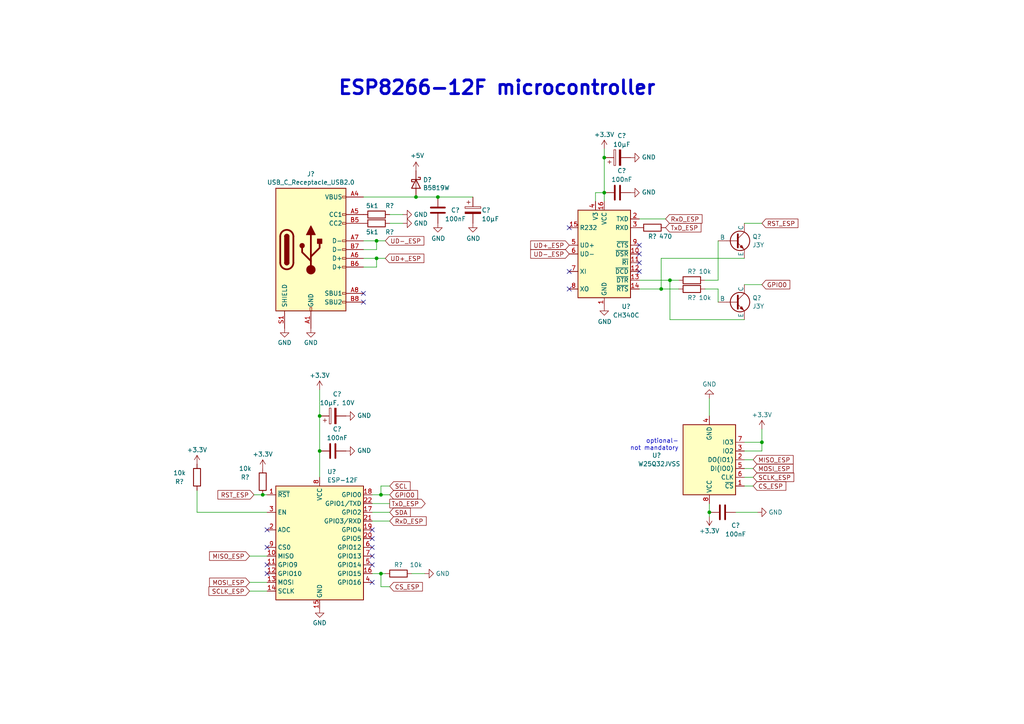
<source format=kicad_sch>
(kicad_sch (version 20230121) (generator eeschema)
  (paper "A4")
  (title_block (title "RD40_SMD") (date "2023-08-20") (rev "Rev 1") (company "Ludwin Monz") (comment 1 "you may not use the material for commercial purposes.") (comment 2 "you may use non-commercially, adapt, share alike ") (comment 3 "https://creativecommons.org/licenses/by-nc-sa/4.0/") (comment 4 "License: Creative Commons Attribution-Non-Commercial (CC BY-NC-SA)"))
  (lib_symbols
    (symbol "Connector:USB_C_Receptacle_USB2.0" (pin_names (offset 1.016))
      (property "Reference" "J" (at -10.16 19.05 0))
      (property "Value" "USB_C_Receptacle_USB2.0" (at 19.05 19.05 0))
      (symbol "USB_C_Receptacle_USB2.0_0_0"
        (rectangle (start -0.254 -17.78) (end 0.254 -16.764))
        (rectangle (start 10.16 -14.986) (end 9.144 -15.494))
        (rectangle (start 10.16 -12.446) (end 9.144 -12.954))
        (rectangle (start 10.16 -4.826) (end 9.144 -5.334))
        (rectangle (start 10.16 -2.286) (end 9.144 -2.794))
        (rectangle (start 10.16 0.254) (end 9.144 -0.254))
        (rectangle (start 10.16 2.794) (end 9.144 2.286))
        (rectangle (start 10.16 7.874) (end 9.144 7.366))
        (rectangle (start 10.16 10.414) (end 9.144 9.906))
        (rectangle (start 10.16 15.494) (end 9.144 14.986))
      )
      (symbol "USB_C_Receptacle_USB2.0_0_1"
        (rectangle (start -10.16 17.78) (end 10.16 -17.78) (stroke (width 0.254)) (fill (type background)))
        (arc (start -8.89 -3.81) (mid -6.985 -5.7067) (end -5.08 -3.81) (stroke (width 0.508)))
        (arc (start -7.62 -3.81) (mid -6.985 -4.4423) (end -6.35 -3.81) (stroke (width 0.254)))
        (arc (start -7.62 -3.81) (mid -6.985 -4.4423) (end -6.35 -3.81) (stroke (width 0.254)) (fill (type outline)))
        (rectangle (start -7.62 -3.81) (end -6.35 3.81) (stroke (width 0.254)) (fill (type outline)))
        (arc (start -6.35 3.81) (mid -6.985 4.4423) (end -7.62 3.81) (stroke (width 0.254)))
        (arc (start -6.35 3.81) (mid -6.985 4.4423) (end -7.62 3.81) (stroke (width 0.254)) (fill (type outline)))
        (arc (start -5.08 3.81) (mid -6.985 5.7067) (end -8.89 3.81) (stroke (width 0.508)))
        (circle (center -2.54 1.143) (radius 0.635) (stroke (width 0.254)) (fill (type outline)))
        (circle (center 0 -5.842) (radius 1.27) (fill (type outline)))
        (polyline (pts (xy -8.89 -3.81) (xy -8.89 3.81)) (stroke (width 0.508)))
        (polyline (pts (xy -5.08 3.81) (xy -5.08 -3.81)) (stroke (width 0.508)))
        (polyline (pts (xy 0 -5.842) (xy 0 4.318)) (stroke (width 0.508)))
        (polyline (pts (xy 0 -3.302) (xy -2.54 -0.762) (xy -2.54 0.508)) (stroke (width 0.508)))
        (polyline (pts (xy 0 -2.032) (xy 2.54 0.508) (xy 2.54 1.778)) (stroke (width 0.508)))
        (polyline (pts (xy -1.27 4.318) (xy 0 6.858) (xy 1.27 4.318) (xy -1.27 4.318)) (stroke (width 0.254)) (fill (type outline)))
        (rectangle (start 1.905 1.778) (end 3.175 3.048) (stroke (width 0.254)) (fill (type outline)))
      )
      (symbol "USB_C_Receptacle_USB2.0_1_1"
        (pin passive line (at 0 -22.86 90) (length 5.08) (name "GND") (number "A1"))
        (pin passive line (at 0 -22.86 90) (length 5.08) hide (name "GND") (number "A12"))
        (pin passive line (at 15.24 15.24 180) (length 5.08) (name "VBUS") (number "A4"))
        (pin bidirectional line (at 15.24 10.16 180) (length 5.08) (name "CC1") (number "A5"))
        (pin bidirectional line (at 15.24 -2.54 180) (length 5.08) (name "D+") (number "A6"))
        (pin bidirectional line (at 15.24 2.54 180) (length 5.08) (name "D-") (number "A7"))
        (pin bidirectional line (at 15.24 -12.7 180) (length 5.08) (name "SBU1") (number "A8"))
        (pin passive line (at 15.24 15.24 180) (length 5.08) hide (name "VBUS") (number "A9"))
        (pin passive line (at 0 -22.86 90) (length 5.08) hide (name "GND") (number "B1"))
        (pin passive line (at 0 -22.86 90) (length 5.08) hide (name "GND") (number "B12"))
        (pin passive line (at 15.24 15.24 180) (length 5.08) hide (name "VBUS") (number "B4"))
        (pin bidirectional line (at 15.24 7.62 180) (length 5.08) (name "CC2") (number "B5"))
        (pin bidirectional line (at 15.24 -5.08 180) (length 5.08) (name "D+") (number "B6"))
        (pin bidirectional line (at 15.24 0 180) (length 5.08) (name "D-") (number "B7"))
        (pin bidirectional line (at 15.24 -15.24 180) (length 5.08) (name "SBU2") (number "B8"))
        (pin passive line (at 15.24 15.24 180) (length 5.08) hide (name "VBUS") (number "B9"))
        (pin passive line (at -7.62 -22.86 90) (length 5.08) (name "SHIELD") (number "S1"))
      )
    )
    (symbol "Device:C" (pin_numbers hide) (pin_names (offset 0.254))
      (property "Reference" "C" (at 0.635 2.54 0))
      (property "Value" "C" (at 0.635 -2.54 0))
      (symbol "C_0_1"
        (polyline (pts (xy -2.032 -0.762) (xy 2.032 -0.762)) (stroke (width 0.508)))
        (polyline (pts (xy -2.032 0.762) (xy 2.032 0.762)) (stroke (width 0.508)))
      )
      (symbol "C_1_1"
        (pin passive line (at 0 3.81 270) (length 2.794) (name "~") (number "1"))
        (pin passive line (at 0 -3.81 90) (length 2.794) (name "~") (number "2"))
      )
    )
    (symbol "Device:C_Polarized" (pin_numbers hide) (pin_names (offset 0.254))
      (property "Reference" "C" (at 0.635 2.54 0))
      (property "Value" "C_Polarized" (at 0.635 -2.54 0))
      (symbol "C_Polarized_0_1"
        (rectangle (start -2.286 0.508) (end 2.286 1.016))
        (polyline (pts (xy -1.778 2.286) (xy -0.762 2.286)))
        (polyline (pts (xy -1.27 2.794) (xy -1.27 1.778)))
        (rectangle (start 2.286 -0.508) (end -2.286 -1.016) (fill (type outline)))
      )
      (symbol "C_Polarized_1_1"
        (pin passive line (at 0 3.81 270) (length 2.794) (name "~") (number "1"))
        (pin passive line (at 0 -3.81 90) (length 2.794) (name "~") (number "2"))
      )
    )
    (symbol "Device:D_Schottky" (pin_numbers hide) (pin_names (offset 1.016) hide)
      (property "Reference" "D" (at 0 2.54 0))
      (property "Value" "D_Schottky" (at 0 -2.54 0))
      (symbol "D_Schottky_0_1"
        (polyline (pts (xy 1.27 0) (xy -1.27 0)))
        (polyline (pts (xy 1.27 1.27) (xy 1.27 -1.27) (xy -1.27 0) (xy 1.27 1.27)) (stroke (width 0.254)))
        (polyline (pts (xy -1.905 0.635) (xy -1.905 1.27) (xy -1.27 1.27) (xy -1.27 -1.27) (xy -0.635 -1.27) (xy -0.635 -0.635)) (stroke (width 0.254)))
      )
      (symbol "D_Schottky_1_1"
        (pin passive line (at -3.81 0 0) (length 2.54) (name "K") (number "1"))
        (pin passive line (at 3.81 0 180) (length 2.54) (name "A") (number "2"))
      )
    )
    (symbol "Device:R" (pin_numbers hide) (pin_names (offset 0))
      (property "Reference" "R" (at 2.032 0 90))
      (property "Value" "R" (at 0 0 90))
      (symbol "R_0_1"
        (rectangle (start -1.016 -2.54) (end 1.016 2.54) (stroke (width 0.254)))
      )
      (symbol "R_1_1"
        (pin passive line (at 0 3.81 270) (length 1.27) (name "~") (number "1"))
        (pin passive line (at 0 -3.81 90) (length 1.27) (name "~") (number "2"))
      )
    )
    (symbol "Interface_USB:CH340G"
      (property "Reference" "U" (at -5.08 13.97 0))
      (property "Value" "CH340G" (at 1.27 13.97 0))
      (symbol "CH340G_0_1"
        (rectangle (start -7.62 12.7) (end 7.62 -12.7) (stroke (width 0.254)) (fill (type background)))
      )
      (symbol "CH340G_1_1"
        (pin power_in line (at 0 -15.24 90) (length 2.54) (name "GND") (number "1"))
        (pin input line (at 10.16 0 180) (length 2.54) (name "~{DSR}") (number "10"))
        (pin input line (at 10.16 -2.54 180) (length 2.54) (name "~{RI}") (number "11"))
        (pin input line (at 10.16 -5.08 180) (length 2.54) (name "~{DCD}") (number "12"))
        (pin output line (at 10.16 -7.62 180) (length 2.54) (name "~{DTR}") (number "13"))
        (pin output line (at 10.16 -10.16 180) (length 2.54) (name "~{RTS}") (number "14"))
        (pin input line (at -10.16 7.62 0) (length 2.54) (name "R232") (number "15"))
        (pin power_in line (at 0 15.24 270) (length 2.54) (name "VCC") (number "16"))
        (pin output line (at 10.16 10.16 180) (length 2.54) (name "TXD") (number "2"))
        (pin input line (at 10.16 7.62 180) (length 2.54) (name "RXD") (number "3"))
        (pin passive line (at -2.54 15.24 270) (length 2.54) (name "V3") (number "4"))
        (pin bidirectional line (at -10.16 2.54 0) (length 2.54) (name "UD+") (number "5"))
        (pin bidirectional line (at -10.16 0 0) (length 2.54) (name "UD-") (number "6"))
        (pin input line (at -10.16 -5.08 0) (length 2.54) (name "XI") (number "7"))
        (pin output line (at -10.16 -10.16 0) (length 2.54) (name "XO") (number "8"))
        (pin input line (at 10.16 2.54 180) (length 2.54) (name "~{CTS}") (number "9"))
      )
    )
    (symbol "Memory_Flash:W25Q32JVSS"
      (property "Reference" "U" (at -6.35 11.43 0))
      (property "Value" "W25Q32JVSS" (at 7.62 11.43 0))
      (symbol "W25Q32JVSS_0_1"
        (rectangle (start -7.62 10.16) (end 7.62 -10.16) (stroke (width 0.254)) (fill (type background)))
      )
      (symbol "W25Q32JVSS_1_1"
        (pin input line (at -10.16 7.62 0) (length 2.54) (name "~{CS}") (number "1"))
        (pin bidirectional line (at -10.16 0 0) (length 2.54) (name "DO(IO1)") (number "2"))
        (pin bidirectional line (at -10.16 -2.54 0) (length 2.54) (name "IO2") (number "3"))
        (pin power_in line (at 0 -12.7 90) (length 2.54) (name "GND") (number "4"))
        (pin bidirectional line (at -10.16 2.54 0) (length 2.54) (name "DI(IO0)") (number "5"))
        (pin input line (at -10.16 5.08 0) (length 2.54) (name "CLK") (number "6"))
        (pin bidirectional line (at -10.16 -5.08 0) (length 2.54) (name "IO3") (number "7"))
        (pin power_in line (at 0 12.7 270) (length 2.54) (name "VCC") (number "8"))
      )
    )
    (symbol "RD40_display_SMD-rescue:CP-Device" (pin_numbers hide) (pin_names (offset 0.254))
      (property "Reference" "C" (at 0.635 2.54 0))
      (property "Value" "Device_CP" (at 0.635 -2.54 0))
      (symbol "CP-Device_0_1"
        (rectangle (start -2.286 0.508) (end 2.286 1.016))
        (polyline (pts (xy -1.778 2.286) (xy -0.762 2.286)))
        (polyline (pts (xy -1.27 2.794) (xy -1.27 1.778)))
        (rectangle (start 2.286 -0.508) (end -2.286 -1.016) (fill (type outline)))
      )
      (symbol "CP-Device_1_1"
        (pin passive line (at 0 3.81 270) (length 2.794) (name "~") (number "1"))
        (pin passive line (at 0 -3.81 90) (length 2.794) (name "~") (number "2"))
      )
    )
    (symbol "RF_Module:ESP-12F"
      (property "Reference" "U" (at -12.7 19.05 0))
      (property "Value" "ESP-12F" (at 12.7 19.05 0))
      (symbol "ESP-12F_0_1"
        (rectangle (start -12.7 17.78) (end 12.7 -15.24) (stroke (width 0.254)) (fill (type background)))
      )
      (symbol "ESP-12F_1_1"
        (pin input line (at -15.24 15.24 0) (length 2.54) (name "~{RST}") (number "1"))
        (pin bidirectional line (at -15.24 -2.54 0) (length 2.54) (name "MISO") (number "10"))
        (pin bidirectional line (at -15.24 -5.08 0) (length 2.54) (name "GPIO9") (number "11"))
        (pin bidirectional line (at -15.24 -7.62 0) (length 2.54) (name "GPIO10") (number "12"))
        (pin bidirectional line (at -15.24 -10.16 0) (length 2.54) (name "MOSI") (number "13"))
        (pin bidirectional line (at -15.24 -12.7 0) (length 2.54) (name "SCLK") (number "14"))
        (pin power_in line (at 0 -17.78 90) (length 2.54) (name "GND") (number "15"))
        (pin bidirectional line (at 15.24 -7.62 180) (length 2.54) (name "GPIO15") (number "16"))
        (pin bidirectional line (at 15.24 10.16 180) (length 2.54) (name "GPIO2") (number "17"))
        (pin bidirectional line (at 15.24 15.24 180) (length 2.54) (name "GPIO0") (number "18"))
        (pin bidirectional line (at 15.24 5.08 180) (length 2.54) (name "GPIO4") (number "19"))
        (pin input line (at -15.24 5.08 0) (length 2.54) (name "ADC") (number "2"))
        (pin bidirectional line (at 15.24 2.54 180) (length 2.54) (name "GPIO5") (number "20"))
        (pin bidirectional line (at 15.24 7.62 180) (length 2.54) (name "GPIO3/RXD") (number "21"))
        (pin bidirectional line (at 15.24 12.7 180) (length 2.54) (name "GPIO1/TXD") (number "22"))
        (pin input line (at -15.24 10.16 0) (length 2.54) (name "EN") (number "3"))
        (pin bidirectional line (at 15.24 -10.16 180) (length 2.54) (name "GPIO16") (number "4"))
        (pin bidirectional line (at 15.24 -5.08 180) (length 2.54) (name "GPIO14") (number "5"))
        (pin bidirectional line (at 15.24 0 180) (length 2.54) (name "GPIO12") (number "6"))
        (pin bidirectional line (at 15.24 -2.54 180) (length 2.54) (name "GPIO13") (number "7"))
        (pin power_in line (at 0 20.32 270) (length 2.54) (name "VCC") (number "8"))
        (pin input line (at -15.24 0 0) (length 2.54) (name "CS0") (number "9"))
      )
    )
    (symbol "Simulation_SPICE:NPN" (pin_numbers hide) (pin_names (offset 0))
      (property "Reference" "Q" (at -2.54 7.62 0))
      (property "Value" "NPN" (at -2.54 5.08 0))
      (symbol "NPN_0_1"
        (polyline (pts (xy -2.54 0) (xy 0.635 0)) (stroke (width 0.1524)))
        (polyline (pts (xy 0.635 0.635) (xy 2.54 2.54)))
        (polyline (pts (xy 2.794 -1.27) (xy 2.794 -1.27)) (stroke (width 0.1524)))
        (polyline (pts (xy 2.794 -1.27) (xy 2.794 -1.27)) (stroke (width 0.1524)))
        (polyline (pts (xy 0.635 -0.635) (xy 2.54 -2.54) (xy 2.54 -2.54)))
        (polyline (pts (xy 0.635 1.905) (xy 0.635 -1.905) (xy 0.635 -1.905)) (stroke (width 0.508)))
        (polyline (pts (xy 1.27 -1.778) (xy 1.778 -1.27) (xy 2.286 -2.286) (xy 1.27 -1.778) (xy 1.27 -1.778)) (fill (type outline)))
        (circle (center 1.27 0) (radius 2.8194) (stroke (width 0.254)))
      )
      (symbol "NPN_1_1"
        (pin open_collector line (at 2.54 5.08 270) (length 2.54) (name "C") (number "1"))
        (pin input line (at -5.08 0 0) (length 2.54) (name "B") (number "2"))
        (pin open_emitter line (at 2.54 -5.08 90) (length 2.54) (name "E") (number "3"))
      )
    )
    (symbol "power:+3.3V" (power) (pin_names (offset 0))
      (property "Value" "+3.3V" (at 0 3.556 0))
      (symbol "+3.3V_0_1"
        (polyline (pts (xy -0.762 1.27) (xy 0 2.54)))
        (polyline (pts (xy 0 0) (xy 0 2.54)))
        (polyline (pts (xy 0 2.54) (xy 0.762 1.27)))
      )
      (symbol "+3.3V_1_1"
        (pin power_in line (at 0 0 90) (length 0) hide (name "+3.3V") (number "1"))
      )
    )
    (symbol "power:+5V" (power) (pin_names (offset 0))
      (property "Value" "+5V" (at 0 3.556 0))
      (symbol "+5V_0_1"
        (polyline (pts (xy -0.762 1.27) (xy 0 2.54)))
        (polyline (pts (xy 0 0) (xy 0 2.54)))
        (polyline (pts (xy 0 2.54) (xy 0.762 1.27)))
      )
      (symbol "+5V_1_1"
        (pin power_in line (at 0 0 90) (length 0) hide (name "+5V") (number "1"))
      )
    )
    (symbol "power:GND" (power) (pin_names (offset 0))
      (property "Value" "GND" (at 0 -3.81 0))
      (symbol "GND_0_1"
        (polyline (pts (xy 0 0) (xy 0 -1.27) (xy 1.27 -1.27) (xy 0 -2.54) (xy -1.27 -1.27) (xy 0 -1.27)))
      )
      (symbol "GND_1_1"
        (pin power_in line (at 0 0 270) (length 0) hide (name "GND") (number "1"))
      )
    )
  )
  (junction (at 191.77 83.82))
  (junction (at 109.22 69.85))
  (junction (at 175.26 55.88))
  (junction (at 220.98 128.27))
  (junction (at 92.71 120.65))
  (junction (at 109.22 74.93))
  (junction (at 76.2 143.51))
  (junction (at 205.74 148.59))
  (junction (at 127 57.15))
  (junction (at 110.49 166.37))
  (junction (at 110.49 143.51))
  (junction (at 120.65 57.15))
  (junction (at 175.26 45.72))
  (junction (at 194.31 81.28))
  (junction (at 92.71 130.81))
  (no_connect (at 165.1 83.82))
  (no_connect (at 185.42 73.66))
  (no_connect (at 77.47 153.67))
  (no_connect (at 165.1 66.04))
  (no_connect (at 185.42 78.74))
  (no_connect (at 185.42 76.2))
  (no_connect (at 165.1 78.74))
  (no_connect (at 107.95 161.29))
  (no_connect (at 107.95 153.67))
  (no_connect (at 105.41 87.63))
  (no_connect (at 77.47 166.37))
  (no_connect (at 107.95 158.75))
  (no_connect (at 185.42 71.12))
  (no_connect (at 77.47 163.83))
  (no_connect (at 77.47 158.75))
  (no_connect (at 107.95 163.83))
  (no_connect (at 105.41 85.09))
  (no_connect (at 107.95 168.91))
  (no_connect (at 107.95 156.21))
  (wire (pts (xy 77.47 148.59) (xy 57.15 148.59)))
  (wire (pts (xy 215.9 133.35) (xy 218.44 133.35)))
  (wire (pts (xy 109.22 69.85) (xy 111.76 69.85)))
  (wire (pts (xy 109.22 72.39) (xy 109.22 69.85)))
  (wire (pts (xy 110.49 170.18) (xy 113.03 170.18)))
  (wire (pts (xy 120.65 57.15) (xy 127 57.15)))
  (wire (pts (xy 119.38 166.37) (xy 123.19 166.37)))
  (wire (pts (xy 107.95 146.05) (xy 113.03 146.05)))
  (wire (pts (xy 208.28 69.85) (xy 208.28 81.28)))
  (wire (pts (xy 205.74 115.57) (xy 205.74 120.65)))
  (wire (pts (xy 127 57.15) (xy 137.16 57.15)))
  (wire (pts (xy 205.74 146.05) (xy 205.74 148.59)))
  (wire (pts (xy 204.47 81.28) (xy 208.28 81.28)))
  (wire (pts (xy 92.71 113.03) (xy 92.71 120.65)))
  (wire (pts (xy 109.22 77.47) (xy 109.22 74.93)))
  (wire (pts (xy 107.95 148.59) (xy 113.03 148.59)))
  (wire (pts (xy 215.9 138.43) (xy 218.44 138.43)))
  (wire (pts (xy 205.74 148.59) (xy 205.74 149.86)))
  (wire (pts (xy 220.98 130.81) (xy 215.9 130.81)))
  (wire (pts (xy 220.98 124.46) (xy 220.98 128.27)))
  (wire (pts (xy 220.98 128.27) (xy 220.98 130.81)))
  (wire (pts (xy 105.41 74.93) (xy 109.22 74.93)))
  (wire (pts (xy 110.49 143.51) (xy 113.03 143.51)))
  (wire (pts (xy 208.28 83.82) (xy 208.28 87.63)))
  (wire (pts (xy 57.15 148.59) (xy 57.15 142.24)))
  (wire (pts (xy 107.95 151.13) (xy 113.03 151.13)))
  (wire (pts (xy 92.71 120.65) (xy 92.71 130.81)))
  (wire (pts (xy 109.22 74.93) (xy 111.76 74.93)))
  (wire (pts (xy 107.95 166.37) (xy 110.49 166.37)))
  (wire (pts (xy 105.41 57.15) (xy 120.65 57.15)))
  (wire (pts (xy 105.41 72.39) (xy 109.22 72.39)))
  (wire (pts (xy 92.71 130.81) (xy 92.71 138.43)))
  (wire (pts (xy 215.9 140.97) (xy 218.44 140.97)))
  (wire (pts (xy 191.77 83.82) (xy 196.85 83.82)))
  (wire (pts (xy 73.66 143.51) (xy 76.2 143.51)))
  (wire (pts (xy 172.72 55.88) (xy 175.26 55.88)))
  (wire (pts (xy 213.36 148.59) (xy 219.71 148.59)))
  (wire (pts (xy 194.31 92.71) (xy 194.31 81.28)))
  (wire (pts (xy 110.49 170.18) (xy 110.49 166.37)))
  (wire (pts (xy 110.49 140.97) (xy 110.49 143.51)))
  (wire (pts (xy 107.95 143.51) (xy 110.49 143.51)))
  (wire (pts (xy 215.9 74.93) (xy 191.77 74.93)))
  (wire (pts (xy 215.9 128.27) (xy 220.98 128.27)))
  (wire (pts (xy 72.39 171.45) (xy 77.47 171.45)))
  (wire (pts (xy 191.77 74.93) (xy 191.77 83.82)))
  (wire (pts (xy 175.26 45.72) (xy 175.26 55.88)))
  (wire (pts (xy 185.42 81.28) (xy 194.31 81.28)))
  (wire (pts (xy 215.9 64.77) (xy 220.98 64.77)))
  (wire (pts (xy 175.26 43.18) (xy 175.26 45.72)))
  (wire (pts (xy 105.41 77.47) (xy 109.22 77.47)))
  (wire (pts (xy 109.22 69.85) (xy 105.41 69.85)))
  (wire (pts (xy 172.72 55.88) (xy 172.72 58.42)))
  (wire (pts (xy 204.47 83.82) (xy 208.28 83.82)))
  (wire (pts (xy 72.39 161.29) (xy 77.47 161.29)))
  (wire (pts (xy 194.31 81.28) (xy 196.85 81.28)))
  (wire (pts (xy 113.03 62.23) (xy 116.84 62.23)))
  (wire (pts (xy 215.9 82.55) (xy 220.98 82.55)))
  (wire (pts (xy 113.03 64.77) (xy 116.84 64.77)))
  (wire (pts (xy 72.39 168.91) (xy 77.47 168.91)))
  (wire (pts (xy 113.03 140.97) (xy 110.49 140.97)))
  (wire (pts (xy 76.2 143.51) (xy 77.47 143.51)))
  (wire (pts (xy 194.31 92.71) (xy 215.9 92.71)))
  (wire (pts (xy 185.42 63.5) (xy 193.04 63.5)))
  (wire (pts (xy 175.26 55.88) (xy 175.26 58.42)))
  (wire (pts (xy 110.49 166.37) (xy 111.76 166.37)))
  (wire (pts (xy 185.42 83.82) (xy 191.77 83.82)))
  (wire (pts (xy 215.9 135.89) (xy 218.44 135.89)))
  (text "ESP8266-12F microcontroller" (at 190.5 27.94 0) (effects (font (size 4 4) (thickness 0.8) bold) (justify right bottom)))
  (text "optional-\nnot mandatory\n" (at 196.85 130.81 0) (effects (font (size 1.27 1.27)) (justify right bottom)))
  (global_label "TxD_ESP" (shape input) (at 193.04 66.04 0) (property "Intersheetrefs" "${INTERSHEET_REFS}" (effects hide)))
  (global_label "SCLK_ESP" (shape input) (at 218.44 138.43 0) (property "Intersheetrefs" "${INTERSHEET_REFS}" (effects hide)))
  (global_label "SCL" (shape input) (at 113.03 140.97 0) (property "Intersheetrefs" "${INTERSHEET_REFS}" (effects hide)))
  (global_label "UD+_ESP" (shape input) (at 111.76 74.93 0) (property "Intersheetrefs" "${INTERSHEET_REFS}" (effects hide)))
  (global_label "UD-_ESP" (shape input) (at 111.76 69.85 0) (property "Intersheetrefs" "${INTERSHEET_REFS}" (effects hide)))
  (global_label "CS_ESP" (shape input) (at 218.44 140.97 0) (property "Intersheetrefs" "${INTERSHEET_REFS}" (effects hide)))
  (global_label "UD+_ESP" (shape input) (at 165.1 71.12 180) (property "Intersheetrefs" "${INTERSHEET_REFS}" (effects hide)))
  (global_label "SDA" (shape input) (at 113.03 148.59 0) (property "Intersheetrefs" "${INTERSHEET_REFS}" (effects hide)))
  (global_label "UD-_ESP" (shape input) (at 165.1 73.66 180) (property "Intersheetrefs" "${INTERSHEET_REFS}" (effects hide)))
  (global_label "TxD_ESP" (shape output) (at 113.03 146.05 0) (property "Intersheetrefs" "${INTERSHEET_REFS}" (effects hide)))
  (global_label "GPIO0" (shape input) (at 220.98 82.55 0) (property "Intersheetrefs" "${INTERSHEET_REFS}" (effects hide)))
  (global_label "RxD_ESP" (shape input) (at 113.03 151.13 0) (property "Intersheetrefs" "${INTERSHEET_REFS}" (effects hide)))
  (global_label "RST_ESP" (shape input) (at 73.66 143.51 180) (property "Intersheetrefs" "${INTERSHEET_REFS}" (effects hide)))
  (global_label "RST_ESP" (shape input) (at 220.98 64.77 0) (property "Intersheetrefs" "${INTERSHEET_REFS}" (effects hide)))
  (global_label "RxD_ESP" (shape input) (at 193.04 63.5 0) (property "Intersheetrefs" "${INTERSHEET_REFS}" (effects hide)))
  (global_label "MISO_ESP" (shape input) (at 72.39 161.29 180) (property "Intersheetrefs" "${INTERSHEET_REFS}" (effects hide)))
  (global_label "GPIO0" (shape input) (at 113.03 143.51 0) (property "Intersheetrefs" "${INTERSHEET_REFS}" (effects hide)))
  (global_label "MOSI_ESP" (shape input) (at 72.39 168.91 180) (property "Intersheetrefs" "${INTERSHEET_REFS}" (effects hide)))
  (global_label "MISO_ESP" (shape input) (at 218.44 133.35 0) (property "Intersheetrefs" "${INTERSHEET_REFS}" (effects hide)))
  (global_label "SCLK_ESP" (shape input) (at 72.39 171.45 180) (property "Intersheetrefs" "${INTERSHEET_REFS}" (effects hide)))
  (global_label "CS_ESP" (shape input) (at 113.03 170.18 0) (property "Intersheetrefs" "${INTERSHEET_REFS}" (effects hide)))
  (global_label "MOSI_ESP" (shape input) (at 218.44 135.89 0) (property "Intersheetrefs" "${INTERSHEET_REFS}" (effects hide)))
  (symbol (lib_id "Device:R") (at 200.66 81.28 270) (unit 1)
    (property "Reference" "R?" (at 200.66 78.74 90))
    (property "Value" "10k" (at 204.47 78.74 90))
    (property "Footprint" "Resistor_SMD:R_0402_1005Metric" (effects hide))
    (property "LCSC" "C25744" (effects hide))
    (instances (project "RD40_display_SMD" (path "" (reference "R?") (unit 1)) (path "" (reference "R7") (unit 1))))
  )
  (symbol (lib_id "power:GND") (at 123.19 166.37 90) (unit 1)
    (property "Reference" "#PWR?" (effects hide))
    (property "Value" "GND" (at 126.365 166.37 90) (effects (justify right)))
    (instances (project "RD40_display_SMD" (path "" (reference "#PWR?") (unit 1)) (path "" (reference "#PWR026") (unit 1))))
  )
  (symbol (lib_id "Device:R") (at 189.23 66.04 270) (unit 1)
    (property "Reference" "R?" (at 189.23 68.58 90))
    (property "Value" "470" (at 193.04 68.58 90))
    (property "Footprint" "Resistor_SMD:R_0402_1005Metric" (effects hide))
    (property "LCSC" "C25117" (effects hide))
    (instances (project "RD40_display_SMD" (path "" (reference "R?") (unit 1)) (path "" (reference "R6") (unit 1))))
  )
  (symbol (lib_id "Device:C") (at 96.52 130.81 270) (unit 1)
    (property "Reference" "C?" (at 97.79 124.46 90))
    (property "Value" "100nF" (at 97.79 127 90))
    (property "Footprint" "Capacitor_SMD:C_0402_1005Metric" (effects hide))
    (property "LCSC" "C307331" (effects hide))
    (instances (project "RD40_display_SMD" (path "" (reference "C?") (unit 1)) (path "" (reference "C10") (unit 1))))
  )
  (symbol (lib_id "power:GND") (at 90.17 95.25 0) (unit 1)
    (property "Reference" "#PWR?" (effects hide))
    (property "Value" "GND" (at 90.17 99.3831 0))
    (instances (project "RD40_display_SMD" (path "" (reference "#PWR?") (unit 1)) (path "" (reference "#PWR018") (unit 1))))
  )
  (symbol (lib_id "power:GND") (at 182.88 45.72 90) (unit 1)
    (property "Reference" "#PWR?" (effects hide))
    (property "Value" "GND" (at 186.1312 45.593 90) (effects (justify right)))
    (instances (project "RD40_display_SMD" (path "" (reference "#PWR?") (unit 1)) (path "" (reference "#PWR031") (unit 1))))
  )
  (symbol (lib_id "power:GND") (at 175.26 88.9 0) (unit 1)
    (property "Reference" "#PWR?" (effects hide))
    (property "Value" "GND" (at 175.387 93.2942 0))
    (instances (project "RD40_display_SMD" (path "" (reference "#PWR?") (unit 1)) (path "" (reference "#PWR030") (unit 1))))
  )
  (symbol (lib_id "RD40_display_SMD-rescue:CP-Device") (at 137.16 60.96 0) (unit 1)
    (property "Reference" "C?" (at 139.7 60.96 0) (effects (justify left)))
    (property "Value" "10µF" (at 139.7 63.5 0) (effects (justify left)))
    (property "Footprint" "Capacitor_SMD:C_0805_2012Metric" (effects hide))
    (property "LCSC" "C15850" (effects hide))
    (instances (project "RD40_display_SMD" (path "" (reference "C?") (unit 1)) (path "" (reference "C12") (unit 1))))
  )
  (symbol (lib_id "power:GND") (at 82.55 95.25 0) (unit 1)
    (property "Reference" "#PWR?" (effects hide))
    (property "Value" "GND" (at 82.55 99.3831 0))
    (instances (project "RD40_display_SMD" (path "" (reference "#PWR?") (unit 1)) (path "" (reference "#PWR017") (unit 1))))
  )
  (symbol (lib_id "Memory_Flash:W25Q32JVSS") (at 205.74 133.35 180) (unit 1)
    (property "Reference" "U?" (at 191.77 132.08 0) (effects (justify left)))
    (property "Value" "W25Q32JVSS" (at 197.3581 134.5621 0) (effects (justify left)))
    (property "Footprint" "Package_SO:SOIC-8_5.23x5.23mm_P1.27mm" (effects hide))
    (property "Datasheet" "http://www.winbond.com/resource-files/w25q32jv%20revg%2003272018%20plus.pdf" (effects hide))
    (instances (project "RD40_display_SMD" (path "" (reference "U?") (unit 1)) (path "" (reference "U5") (unit 1))))
  )
  (symbol (lib_id "power:GND") (at 116.84 64.77 90) (unit 1)
    (property "Reference" "#PWR?" (effects hide))
    (property "Value" "GND" (at 120.015 64.77 90) (effects (justify right)))
    (instances (project "RD40_display_SMD" (path "" (reference "#PWR?") (unit 1)) (path "" (reference "#PWR024") (unit 1))))
  )
  (symbol (lib_id "Device:R") (at 109.22 64.77 90) (unit 1)
    (property "Reference" "R?" (at 113.03 67.31 90))
    (property "Value" "5k1" (at 107.95 67.31 90))
    (property "Footprint" "Resistor_SMD:R_0402_1005Metric" (effects hide))
    (instances (project "RD40_display_SMD" (path "" (reference "R?") (unit 1)) (path "" (reference "R4") (unit 1))))
  )
  (symbol (lib_id "Device:C_Polarized") (at 179.07 45.72 90) (unit 1)
    (property "Reference" "C?" (at 180.34 39.37 90))
    (property "Value" "10µF" (at 180.34 41.91 90))
    (property "Footprint" "Capacitor_SMD:C_0603_1608Metric" (effects hide))
    (property "LCSC" "C19702" (effects hide))
    (instances (project "RD40_display_SMD" (path "" (reference "C?") (unit 1)) (path "" (reference "C13") (unit 1))))
  )
  (symbol (lib_id "Simulation_SPICE:NPN") (at 213.36 69.85 0) (unit 1)
    (property "Reference" "Q?" (at 218.2114 68.6379 0) (effects (justify left)))
    (property "Value" "J3Y" (at 218.2114 71.0621 0) (effects (justify left)))
    (property "Footprint" "Package_TO_SOT_SMD:SOT-23" (effects hide))
    (property "Sim.Device" "NPN" (effects hide))
    (property "Sim.Type" "GUMMELPOON" (effects hide))
    (property "Sim.Pins" "1=C 2=B 3=E" (effects hide))
    (property "LCSC" "C2146" (effects hide))
    (instances (project "RD40_display_SMD" (path "" (reference "Q?") (unit 1)) (path "" (reference "Q1") (unit 1))))
  )
  (symbol (lib_id "power:GND") (at 116.84 62.23 90) (unit 1)
    (property "Reference" "#PWR?" (effects hide))
    (property "Value" "GND" (at 120.015 62.23 90) (effects (justify right)))
    (instances (project "RD40_display_SMD" (path "" (reference "#PWR?") (unit 1)) (path "" (reference "#PWR023") (unit 1))))
  )
  (symbol (lib_id "RF_Module:ESP-12F") (at 92.71 158.75 0) (unit 1)
    (property "Reference" "U?" (at 94.9041 136.8257 0) (effects (justify left)))
    (property "Value" "ESP-12F" (at 94.9041 139.2499 0) (effects (justify left)))
    (property "Footprint" "RF_Module:ESP-12E" (effects hide))
    (property "Datasheet" "http://wiki.ai-thinker.com/_media/esp8266/esp8266_series_modules_user_manual_v1.1.pdf" (effects hide))
    (property "LCSC" "C82891" (effects hide))
    (instances (project "RD40_display_SMD" (path "" (reference "U?") (unit 1)) (path "" (reference "U3") (unit 1))))
  )
  (symbol (lib_id "Device:R") (at 57.15 138.43 0) (unit 1)
    (property "Reference" "R?" (at 52.07 139.7 0))
    (property "Value" "10k" (at 52.07 137.16 0))
    (property "Footprint" "Resistor_SMD:R_0402_1005Metric" (effects hide))
    (property "LCSC" "C25744" (effects hide))
    (instances (project "RD40_display_SMD" (path "" (reference "R?") (unit 1)) (path "" (reference "R1") (unit 1))))
  )
  (symbol (lib_id "power:GND") (at 127 64.77 0) (unit 1)
    (property "Reference" "#PWR?" (effects hide))
    (property "Value" "GND" (at 127.127 69.1642 0))
    (instances (project "RD40_display_SMD" (path "" (reference "#PWR?") (unit 1)) (path "" (reference "#PWR027") (unit 1))))
  )
  (symbol (lib_id "Device:R") (at 200.66 83.82 270) (unit 1)
    (property "Reference" "R?" (at 200.66 86.36 90))
    (property "Value" "10k" (at 204.47 86.36 90))
    (property "Footprint" "Resistor_SMD:R_0402_1005Metric" (effects hide))
    (property "LCSC" "C25744" (effects hide))
    (instances (project "RD40_display_SMD" (path "" (reference "R?") (unit 1)) (path "" (reference "R8") (unit 1))))
  )
  (symbol (lib_id "power:+3.3V") (at 57.15 134.62 0) (unit 1)
    (property "Reference" "#PWR?" (effects hide))
    (property "Value" "+3.3V" (at 57.15 130.4869 0))
    (instances (project "RD40_display_SMD" (path "" (reference "#PWR?") (unit 1)) (path "" (reference "#PWR015") (unit 1))))
  )
  (symbol (lib_id "Device:C") (at 179.07 55.88 270) (unit 1)
    (property "Reference" "C?" (at 180.34 49.53 90))
    (property "Value" "100nF" (at 180.34 52.07 90))
    (property "Footprint" "Capacitor_SMD:C_0402_1005Metric" (effects hide))
    (property "LCSC" "C307331" (effects hide))
    (instances (project "RD40_display_SMD" (path "" (reference "C?") (unit 1)) (path "" (reference "C14") (unit 1))))
  )
  (symbol (lib_id "Device:R") (at 109.22 62.23 90) (unit 1)
    (property "Reference" "R?" (at 113.03 59.69 90))
    (property "Value" "5k1" (at 107.95 59.69 90))
    (property "Footprint" "Resistor_SMD:R_0402_1005Metric" (effects hide))
    (property "LCSC" "C25905" (effects hide))
    (instances (project "RD40_display_SMD" (path "" (reference "R?") (unit 1)) (path "" (reference "R3") (unit 1))))
  )
  (symbol (lib_id "Device:C") (at 127 60.96 180) (unit 1)
    (property "Reference" "C?" (at 132.08 60.96 0))
    (property "Value" "100nF" (at 132.08 63.5 0))
    (property "Footprint" "Capacitor_SMD:C_0402_1005Metric" (effects hide))
    (property "LCSC" "C307331" (effects hide))
    (instances (project "RD40_display_SMD" (path "" (reference "C?") (unit 1)) (path "" (reference "C11") (unit 1))))
  )
  (symbol (lib_id "Simulation_SPICE:NPN") (at 213.36 87.63 0) (unit 1)
    (property "Reference" "Q?" (at 218.2114 86.4179 0) (effects (justify left)))
    (property "Value" "J3Y" (at 218.2114 88.8421 0) (effects (justify left)))
    (property "Footprint" "Package_TO_SOT_SMD:SOT-23" (effects hide))
    (property "Sim.Device" "NPN" (effects hide))
    (property "Sim.Type" "GUMMELPOON" (effects hide))
    (property "Sim.Pins" "1=C 2=B 3=E" (effects hide))
    (property "LCSC" "C2146" (effects hide))
    (instances (project "RD40_display_SMD" (path "" (reference "Q?") (unit 1)) (path "" (reference "Q2") (unit 1))))
  )
  (symbol (lib_id "power:GND") (at 182.88 55.88 90) (unit 1)
    (property "Reference" "#PWR?" (effects hide))
    (property "Value" "GND" (at 186.1312 55.753 90) (effects (justify right)))
    (instances (project "RD40_display_SMD" (path "" (reference "#PWR?") (unit 1)) (path "" (reference "#PWR032") (unit 1))))
  )
  (symbol (lib_id "power:+3.3V") (at 205.74 149.86 180) (unit 1)
    (property "Reference" "#PWR?" (effects hide))
    (property "Value" "+3.3V" (at 205.74 153.9931 0))
    (instances (project "RD40_display_SMD" (path "" (reference "#PWR?") (unit 1)) (path "" (reference "#PWR034") (unit 1))))
  )
  (symbol (lib_id "power:GND") (at 137.16 64.77 0) (unit 1)
    (property "Reference" "#PWR?" (effects hide))
    (property "Value" "GND" (at 137.287 69.1642 0))
    (instances (project "RD40_display_SMD" (path "" (reference "#PWR?") (unit 1)) (path "" (reference "#PWR028") (unit 1))))
  )
  (symbol (lib_id "Device:R") (at 76.2 139.7 0) (unit 1)
    (property "Reference" "R?" (at 71.12 138.43 0))
    (property "Value" "10k" (at 71.12 135.89 0))
    (property "Footprint" "Resistor_SMD:R_0402_1005Metric" (effects hide))
    (property "LCSC" "C25744" (effects hide))
    (instances (project "RD40_display_SMD" (path "" (reference "R?") (unit 1)) (path "" (reference "R2") (unit 1))))
  )
  (symbol (lib_id "Connector:USB_C_Receptacle_USB2.0") (at 90.17 72.39 0) (unit 1)
    (property "Reference" "J?" (at 90.17 50.4657 0))
    (property "Value" "USB_C_Receptacle_USB2.0" (at 90.17 52.8899 0))
    (property "Footprint" "my_footprints:USB_C_Receptacle" (effects hide))
    (property "Datasheet" "https://www.usb.org/sites/default/files/documents/usb_type-c.zip" (effects hide))
    (property "LCSC" "C709357" (effects hide))
    (instances (project "RD40_display_SMD" (path "" (reference "J?") (unit 1)) (path "" (reference "J1") (unit 1))))
  )
  (symbol (lib_id "Device:R") (at 115.57 166.37 270) (unit 1)
    (property "Reference" "R?" (at 115.57 163.83 90))
    (property "Value" "10k" (at 120.65 163.83 90))
    (property "Footprint" "Resistor_SMD:R_0402_1005Metric" (effects hide))
    (property "LCSC" "C25744" (effects hide))
    (instances (project "RD40_display_SMD" (path "" (reference "R?") (unit 1)) (path "" (reference "R5") (unit 1))))
  )
  (symbol (lib_id "power:GND") (at 92.71 176.53 0) (unit 1)
    (property "Reference" "#PWR?" (effects hide))
    (property "Value" "GND" (at 92.71 180.6631 0))
    (instances (project "RD40_display_SMD" (path "" (reference "#PWR?") (unit 1)) (path "" (reference "#PWR020") (unit 1))))
  )
  (symbol (lib_id "power:GND") (at 100.33 120.65 90) (unit 1)
    (property "Reference" "#PWR?" (effects hide))
    (property "Value" "GND" (at 103.5812 120.523 90) (effects (justify right)))
    (instances (project "RD40_display_SMD" (path "" (reference "#PWR?") (unit 1)) (path "" (reference "#PWR021") (unit 1))))
  )
  (symbol (lib_id "power:GND") (at 205.74 115.57 180) (unit 1)
    (property "Reference" "#PWR?" (effects hide))
    (property "Value" "GND" (at 205.74 111.4369 0))
    (instances (project "RD40_display_SMD" (path "" (reference "#PWR?") (unit 1)) (path "" (reference "#PWR033") (unit 1))))
  )
  (symbol (lib_id "power:+3.3V") (at 92.71 113.03 0) (unit 1)
    (property "Reference" "#PWR?" (effects hide))
    (property "Value" "+3.3V" (at 92.71 108.8969 0))
    (instances (project "RD40_display_SMD" (path "" (reference "#PWR?") (unit 1)) (path "" (reference "#PWR019") (unit 1))))
  )
  (symbol (lib_id "Device:C_Polarized") (at 96.52 120.65 90) (unit 1)
    (property "Reference" "C?" (at 97.79 114.3 90))
    (property "Value" "10µF, 10V" (at 97.79 116.84 90))
    (property "Footprint" "Capacitor_SMD:C_0603_1608Metric" (effects hide))
    (property "LCSC" "C19702" (effects hide))
    (instances (project "RD40_display_SMD" (path "" (reference "C?") (unit 1)) (path "" (reference "C9") (unit 1))))
  )
  (symbol (lib_id "power:+3.3V") (at 220.98 124.46 0) (unit 1)
    (property "Reference" "#PWR?" (effects hide))
    (property "Value" "+3.3V" (at 220.98 120.3269 0))
    (instances (project "RD40_display_SMD" (path "" (reference "#PWR?") (unit 1)) (path "" (reference "#PWR036") (unit 1))))
  )
  (symbol (lib_id "power:+5V") (at 120.65 49.53 0) (unit 1)
    (property "Reference" "#PWR?" (effects hide))
    (property "Value" "+5V" (at 121.031 45.1358 0))
    (instances (project "RD40_display_SMD" (path "" (reference "#PWR?") (unit 1)) (path "" (reference "#PWR025") (unit 1))))
  )
  (symbol (lib_id "power:GND") (at 100.33 130.81 90) (unit 1)
    (property "Reference" "#PWR?" (effects hide))
    (property "Value" "GND" (at 103.5812 130.683 90) (effects (justify right)))
    (instances (project "RD40_display_SMD" (path "" (reference "#PWR?") (unit 1)) (path "" (reference "#PWR022") (unit 1))))
  )
  (symbol (lib_id "power:GND") (at 219.71 148.59 90) (unit 1)
    (property "Reference" "#PWR?" (effects hide))
    (property "Value" "GND" (at 222.885 148.59 90) (effects (justify right)))
    (instances (project "RD40_display_SMD" (path "" (reference "#PWR?") (unit 1)) (path "" (reference "#PWR035") (unit 1))))
  )
  (symbol (lib_id "Device:D_Schottky") (at 120.65 53.34 270) (unit 1)
    (property "Reference" "D?" (at 122.682 52.1716 90) (effects (justify left)))
    (property "Value" "B5819W" (at 122.682 54.483 90) (effects (justify left)))
    (property "Footprint" "Diode_SMD:D_SOD-123" (effects hide))
    (property "LCSC" "C8598" (effects hide))
    (instances (project "RD40_display_SMD" (path "" (reference "D?") (unit 1)) (path "" (reference "D5") (unit 1))))
  )
  (symbol (lib_id "Interface_USB:CH340G") (at 175.26 73.66 0) (unit 1)
    (property "Reference" "U?" (at 181.61 88.9 0))
    (property "Value" "CH340C" (at 181.61 91.44 0))
    (property "Footprint" "Package_SO:SOIC-16_3.9x9.9mm_P1.27mm" (effects hide))
    (property "Datasheet" "http://www.datasheet5.com/pdf-local-2195953" (effects hide))
    (property "LCSC" "C7464026" (effects hide))
    (instances (project "RD40_display_SMD" (path "" (reference "U?") (unit 1)) (path "" (reference "U4") (unit 1))))
  )
  (symbol (lib_id "power:+3.3V") (at 175.26 43.18 0) (unit 1)
    (property "Reference" "#PWR?" (effects hide))
    (property "Value" "+3.3V" (at 175.26 39.0469 0))
    (instances (project "RD40_display_SMD" (path "" (reference "#PWR?") (unit 1)) (path "" (reference "#PWR029") (unit 1))))
  )
  (symbol (lib_id "Device:C") (at 209.55 148.59 270) (unit 1)
    (property "Reference" "C?" (at 213.36 152.4 90))
    (property "Value" "100nF" (at 213.36 154.94 90))
    (property "Footprint" "Capacitor_SMD:C_0402_1005Metric" (effects hide))
    (property "LCSC" "C307331" (effects hide))
    (instances (project "RD40_display_SMD" (path "" (reference "C?") (unit 1)) (path "" (reference "C15") (unit 1))))
  )
  (symbol (lib_id "power:+3.3V") (at 76.2 135.89 0) (unit 1)
    (property "Reference" "#PWR?" (effects hide))
    (property "Value" "+3.3V" (at 76.2 131.7569 0))
    (instances (project "RD40_display_SMD" (path "" (reference "#PWR?") (unit 1)) (path "" (reference "#PWR016") (unit 1))))
  )
)
</source>
